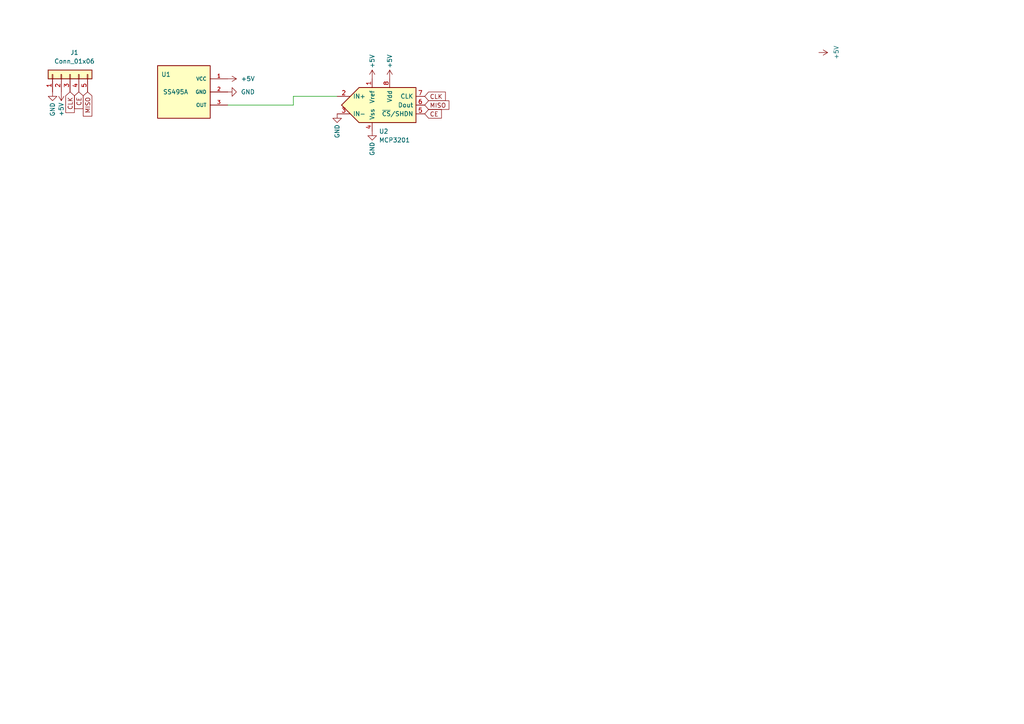
<source format=kicad_sch>
(kicad_sch (version 20230121) (generator eeschema)
  (paper "A4")
  (lib_symbols
    (symbol "+5V_1" (power) (pin_names (offset 0))
      (property "Value" "+5V_1" (at 0 3.556 0))
      (symbol "+5V_1_0_1"
        (polyline (pts (xy -0.762 1.27) (xy 0 2.54)))
        (polyline (pts (xy 0 0) (xy 0 2.54)))
        (polyline (pts (xy 0 2.54) (xy 0.762 1.27)))
      )
      (symbol "+5V_1_1_1"
        (pin power_in line (at 0 0 90) (length 0) hide (name "+5V") (number "1"))
      )
    )
    (symbol "Analog_ADC:MCP3201" (pin_names (offset 0.762))
      (property "Reference" "U" (at 3.81 8.89 0))
      (property "Value" "MCP3201" (at 3.81 6.35 0))
      (symbol "MCP3201_0_0"
        (polyline (pts (xy -11.43 0) (xy -6.35 5.08) (xy 10.16 5.08) (xy 10.16 -5.08) (xy -6.35 -5.08) (xy -11.43 0)) (stroke (width 0.254)) (fill (type background)))
      )
      (symbol "MCP3201_1_1"
        (pin power_in line (at -2.54 7.62 270) (length 2.54) (name "Vref") (number "1"))
        (pin input line (at -12.7 2.54 0) (length 3.81) (name "IN+") (number "2"))
        (pin input line (at -12.7 -2.54 0) (length 3.81) (name "IN-") (number "3"))
        (pin power_in line (at -2.54 -7.62 90) (length 2.54) (name "Vss") (number "4"))
        (pin input line (at 12.7 -2.54 180) (length 2.54) (name "~{CS}/SHDN") (number "5"))
        (pin output line (at 12.7 0 180) (length 2.54) (name "Dout") (number "6"))
        (pin input line (at 12.7 2.54 180) (length 2.54) (name "CLK") (number "7"))
        (pin power_in line (at 2.54 7.62 270) (length 2.54) (name "Vdd") (number "8"))
      )
    )
    (symbol "Connector_Generic:Conn_01x05" (pin_names (offset 1.016) hide)
      (property "Reference" "J" (at 0 7.62 0))
      (property "Value" "Conn_01x05" (at 0 -7.62 0))
      (symbol "Conn_01x05_1_1"
        (rectangle (start -1.27 -4.953) (end 0 -5.207) (stroke (width 0.1524)))
        (rectangle (start -1.27 -2.413) (end 0 -2.667) (stroke (width 0.1524)))
        (rectangle (start -1.27 0.127) (end 0 -0.127) (stroke (width 0.1524)))
        (rectangle (start -1.27 2.667) (end 0 2.413) (stroke (width 0.1524)))
        (rectangle (start -1.27 5.207) (end 0 4.953) (stroke (width 0.1524)))
        (rectangle (start -1.27 6.35) (end 1.27 -6.35) (stroke (width 0.254)) (fill (type background)))
        (pin passive line (at -5.08 5.08 0) (length 3.81) (name "Pin_1") (number "1"))
        (pin passive line (at -5.08 2.54 0) (length 3.81) (name "Pin_2") (number "2"))
        (pin passive line (at -5.08 0 0) (length 3.81) (name "Pin_3") (number "3"))
        (pin passive line (at -5.08 -2.54 0) (length 3.81) (name "Pin_4") (number "4"))
        (pin passive line (at -5.08 -5.08 0) (length 3.81) (name "Pin_5") (number "5"))
      )
    )
    (symbol "GND_1" (power) (pin_names (offset 0))
      (property "Value" "GND_1" (at 0 -3.81 0))
      (symbol "GND_1_0_1"
        (polyline (pts (xy 0 0) (xy 0 -1.27) (xy 1.27 -1.27) (xy 0 -2.54) (xy -1.27 -1.27) (xy 0 -1.27)))
      )
      (symbol "GND_1_1_1"
        (pin power_in line (at 0 0 270) (length 0) hide (name "GND") (number "1"))
      )
    )
    (symbol "SS495A:SS495A" (pin_names (offset 1.016))
      (property "Reference" "U1" (at -3.81 5.08 0))
      (property "Value" "SS495A" (at 1.27 0 0))
      (symbol "SS495A_0_0"
        (rectangle (start -7.62 -7.62) (end 7.62 7.62) (stroke (width 0.254)) (fill (type background)))
        (pin power_in line (at 12.7 3.81 180) (length 5.08) (name "VCC") (number "1"))
        (pin power_in line (at 12.7 0 180) (length 5.08) (name "GND") (number "2"))
        (pin output line (at 12.7 -3.81 180) (length 5.08) (name "OUT") (number "3"))
      )
    )
    (symbol "power:+5V" (power) (pin_names (offset 0))
      (property "Value" "+5V" (at 0 3.556 0))
      (symbol "+5V_0_1"
        (polyline (pts (xy -0.762 1.27) (xy 0 2.54)))
        (polyline (pts (xy 0 0) (xy 0 2.54)))
        (polyline (pts (xy 0 2.54) (xy 0.762 1.27)))
      )
      (symbol "+5V_1_1"
        (pin power_in line (at 0 0 90) (length 0) hide (name "+5V") (number "1"))
      )
    )
    (symbol "power:GND" (power) (pin_names (offset 0))
      (property "Value" "GND" (at 0 -3.81 0))
      (symbol "GND_0_1"
        (polyline (pts (xy 0 0) (xy 0 -1.27) (xy 1.27 -1.27) (xy 0 -2.54) (xy -1.27 -1.27) (xy 0 -1.27)))
      )
      (symbol "GND_1_1"
        (pin power_in line (at 0 0 270) (length 0) hide (name "GND") (number "1"))
      )
    )
  )
  (wire (pts (xy 66.04 30.48) (xy 85.09 30.48)))
  (wire (pts (xy 85.09 27.94) (xy 97.79 27.94)))
  (wire (pts (xy 85.09 30.48) (xy 85.09 27.94)))
  (global_label "CLK" (shape input) (at 20.32 26.67 270) (property "Intersheetrefs" "${INTERSHEET_REFS}" (effects hide)))
  (global_label "MISO" (shape input) (at 25.4 26.67 270) (property "Intersheetrefs" "${INTERSHEET_REFS}" (effects hide)))
  (global_label "MISO" (shape input) (at 123.19 30.48 0) (property "Intersheetrefs" "${INTERSHEET_REFS}" (effects hide)))
  (global_label "CE" (shape input) (at 123.19 33.02 0) (property "Intersheetrefs" "${INTERSHEET_REFS}" (effects hide)))
  (global_label "CE" (shape input) (at 22.86 26.67 270) (property "Intersheetrefs" "${INTERSHEET_REFS}" (effects hide)))
  (global_label "CLK" (shape input) (at 123.19 27.94 0) (property "Intersheetrefs" "${INTERSHEET_REFS}" (effects hide)))
  (symbol (lib_id "power:GND") (at 97.79 33.02 0) (unit 1)
    (property "Reference" "#PWR03" (effects hide))
    (property "Value" "GND" (at 97.79 38.1 90))
  )
  (symbol (lib_name "GND_1") (lib_id "power:GND") (at 66.04 26.67 90) (unit 1)
    (property "Reference" "#PWR02" (effects hide))
    (property "Value" "GND" (at 69.85 26.67 90) (effects (justify right)))
  )
  (symbol (lib_id "power:+5V") (at 107.95 22.86 0) (unit 1)
    (property "Reference" "#PWR05" (effects hide))
    (property "Value" "+5V" (at 107.95 17.78 90))
  )
  (symbol (lib_id "power:GND") (at 15.24 26.67 0) (unit 1)
    (property "Reference" "#PWR0106" (effects hide))
    (property "Value" "GND" (at 15.24 31.75 90))
  )
  (symbol (lib_id "power:+5V") (at 237.49 15.24 270) (unit 1)
    (property "Reference" "#PWR0123" (effects hide))
    (property "Value" "+5V" (at 242.57 15.24 0))
  )
  (symbol (lib_id "power:+5V") (at 17.78 26.67 180) (unit 1)
    (property "Reference" "#PWR0105" (effects hide))
    (property "Value" "+5V" (at 17.78 31.75 90))
  )
  (symbol (lib_id "Connector_Generic:Conn_01x05") (at 20.32 21.59 90) (unit 1)
    (property "Reference" "J1" (at 21.59 15.24 90))
    (property "Value" "Conn_01x06" (at 21.59 17.78 90))
    (property "Footprint" "Connector_JST:JST_XH_B5B-XH-A_1x05_P2.50mm_Vertical" (effects hide))
  )
  (symbol (lib_id "power:+5V") (at 113.03 22.86 0) (unit 1)
    (property "Reference" "#PWR06" (effects hide))
    (property "Value" "+5V" (at 113.03 17.78 90))
  )
  (symbol (lib_id "SS495A:SS495A") (at 53.34 26.67 0) (unit 1)
    (property "Reference" "U1" (at 49.53 21.59 0) (effects (justify right)))
    (property "Value" "SS495A" (at 54.61 26.67 0) (effects (justify right)))
    (property "Footprint" "MyLibrary:SS49E-T2" (effects hide))
    (property "MANUFACTURER" "Honeywell" (effects hide))
    (property "PARTREV" "Issue 3" (effects hide))
    (property "STANDARD" "Manufacturer Recommendation" (effects hide))
    (property "SNAPEDA_PN" "SS495A" (effects hide))
    (property "MAXIMUM_PACKAGE_HEIGHT" "4.59 mm" (effects hide))
  )
  (symbol (lib_name "+5V_1") (lib_id "power:+5V") (at 66.04 22.86 270) (unit 1)
    (property "Reference" "#PWR01" (effects hide))
    (property "Value" "+5V" (at 69.85 22.86 90) (effects (justify left)))
  )
  (symbol (lib_id "power:GND") (at 107.95 38.1 0) (unit 1)
    (property "Reference" "#PWR04" (effects hide))
    (property "Value" "GND" (at 107.95 43.18 90))
  )
  (symbol (lib_id "Analog_ADC:MCP3201") (at 110.49 30.48 0) (unit 1)
    (property "Reference" "U2" (at 109.9059 38.1 0) (effects (justify left)))
    (property "Value" "MCP3201" (at 109.9059 40.64 0) (effects (justify left)))
    (property "Footprint" "Package_SO:PowerIntegrations_SO-8" (effects hide))
    (property "Datasheet" "http://ww1.microchip.com/downloads/en/DeviceDoc/21290D.pdf" (effects hide))
  )
)
</source>
